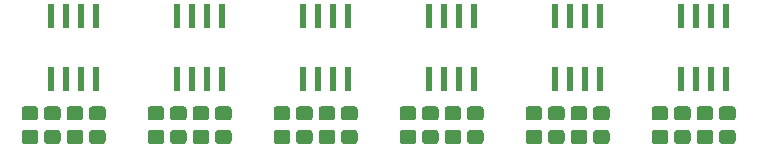
<source format=gbr>
%TF.GenerationSoftware,KiCad,Pcbnew,5.1.9+dfsg1-1*%
%TF.CreationDate,2021-02-28T18:52:37-05:00*%
%TF.ProjectId,incubator_pcb,696e6375-6261-4746-9f72-5f7063622e6b,rev?*%
%TF.SameCoordinates,Original*%
%TF.FileFunction,Paste,Bot*%
%TF.FilePolarity,Positive*%
%FSLAX46Y46*%
G04 Gerber Fmt 4.6, Leading zero omitted, Abs format (unit mm)*
G04 Created by KiCad (PCBNEW 5.1.9+dfsg1-1) date 2021-02-28 18:52:37*
%MOMM*%
%LPD*%
G01*
G04 APERTURE LIST*
%ADD10R,0.600000X2.050000*%
G04 APERTURE END LIST*
D10*
X40520000Y-82550000D03*
X41790000Y-82550000D03*
X43060000Y-82550000D03*
X44330000Y-82550000D03*
X40510000Y-87925000D03*
X41780000Y-87925000D03*
X44330000Y-87925000D03*
X43060000Y-87925000D03*
G36*
G01*
X76003999Y-92205000D02*
X76904001Y-92205000D01*
G75*
G02*
X77154000Y-92454999I0J-249999D01*
G01*
X77154000Y-93155001D01*
G75*
G02*
X76904001Y-93405000I-249999J0D01*
G01*
X76003999Y-93405000D01*
G75*
G02*
X75754000Y-93155001I0J249999D01*
G01*
X75754000Y-92454999D01*
G75*
G02*
X76003999Y-92205000I249999J0D01*
G01*
G37*
G36*
G01*
X76003999Y-90205000D02*
X76904001Y-90205000D01*
G75*
G02*
X77154000Y-90454999I0J-249999D01*
G01*
X77154000Y-91155001D01*
G75*
G02*
X76904001Y-91405000I-249999J0D01*
G01*
X76003999Y-91405000D01*
G75*
G02*
X75754000Y-91155001I0J249999D01*
G01*
X75754000Y-90454999D01*
G75*
G02*
X76003999Y-90205000I249999J0D01*
G01*
G37*
G36*
G01*
X72193999Y-92205000D02*
X73094001Y-92205000D01*
G75*
G02*
X73344000Y-92454999I0J-249999D01*
G01*
X73344000Y-93155001D01*
G75*
G02*
X73094001Y-93405000I-249999J0D01*
G01*
X72193999Y-93405000D01*
G75*
G02*
X71944000Y-93155001I0J249999D01*
G01*
X71944000Y-92454999D01*
G75*
G02*
X72193999Y-92205000I249999J0D01*
G01*
G37*
G36*
G01*
X72193999Y-90205000D02*
X73094001Y-90205000D01*
G75*
G02*
X73344000Y-90454999I0J-249999D01*
G01*
X73344000Y-91155001D01*
G75*
G02*
X73094001Y-91405000I-249999J0D01*
G01*
X72193999Y-91405000D01*
G75*
G02*
X71944000Y-91155001I0J249999D01*
G01*
X71944000Y-90454999D01*
G75*
G02*
X72193999Y-90205000I249999J0D01*
G01*
G37*
G36*
G01*
X70288999Y-92205000D02*
X71189001Y-92205000D01*
G75*
G02*
X71439000Y-92454999I0J-249999D01*
G01*
X71439000Y-93155001D01*
G75*
G02*
X71189001Y-93405000I-249999J0D01*
G01*
X70288999Y-93405000D01*
G75*
G02*
X70039000Y-93155001I0J249999D01*
G01*
X70039000Y-92454999D01*
G75*
G02*
X70288999Y-92205000I249999J0D01*
G01*
G37*
G36*
G01*
X70288999Y-90205000D02*
X71189001Y-90205000D01*
G75*
G02*
X71439000Y-90454999I0J-249999D01*
G01*
X71439000Y-91155001D01*
G75*
G02*
X71189001Y-91405000I-249999J0D01*
G01*
X70288999Y-91405000D01*
G75*
G02*
X70039000Y-91155001I0J249999D01*
G01*
X70039000Y-90454999D01*
G75*
G02*
X70288999Y-90205000I249999J0D01*
G01*
G37*
G36*
G01*
X74098999Y-92205000D02*
X74999001Y-92205000D01*
G75*
G02*
X75249000Y-92454999I0J-249999D01*
G01*
X75249000Y-93155001D01*
G75*
G02*
X74999001Y-93405000I-249999J0D01*
G01*
X74098999Y-93405000D01*
G75*
G02*
X73849000Y-93155001I0J249999D01*
G01*
X73849000Y-92454999D01*
G75*
G02*
X74098999Y-92205000I249999J0D01*
G01*
G37*
G36*
G01*
X74098999Y-90205000D02*
X74999001Y-90205000D01*
G75*
G02*
X75249000Y-90454999I0J-249999D01*
G01*
X75249000Y-91155001D01*
G75*
G02*
X74999001Y-91405000I-249999J0D01*
G01*
X74098999Y-91405000D01*
G75*
G02*
X73849000Y-91155001I0J249999D01*
G01*
X73849000Y-90454999D01*
G75*
G02*
X74098999Y-90205000I249999J0D01*
G01*
G37*
G36*
G01*
X65335999Y-92205000D02*
X66236001Y-92205000D01*
G75*
G02*
X66486000Y-92454999I0J-249999D01*
G01*
X66486000Y-93155001D01*
G75*
G02*
X66236001Y-93405000I-249999J0D01*
G01*
X65335999Y-93405000D01*
G75*
G02*
X65086000Y-93155001I0J249999D01*
G01*
X65086000Y-92454999D01*
G75*
G02*
X65335999Y-92205000I249999J0D01*
G01*
G37*
G36*
G01*
X65335999Y-90205000D02*
X66236001Y-90205000D01*
G75*
G02*
X66486000Y-90454999I0J-249999D01*
G01*
X66486000Y-91155001D01*
G75*
G02*
X66236001Y-91405000I-249999J0D01*
G01*
X65335999Y-91405000D01*
G75*
G02*
X65086000Y-91155001I0J249999D01*
G01*
X65086000Y-90454999D01*
G75*
G02*
X65335999Y-90205000I249999J0D01*
G01*
G37*
G36*
G01*
X61525999Y-92205000D02*
X62426001Y-92205000D01*
G75*
G02*
X62676000Y-92454999I0J-249999D01*
G01*
X62676000Y-93155001D01*
G75*
G02*
X62426001Y-93405000I-249999J0D01*
G01*
X61525999Y-93405000D01*
G75*
G02*
X61276000Y-93155001I0J249999D01*
G01*
X61276000Y-92454999D01*
G75*
G02*
X61525999Y-92205000I249999J0D01*
G01*
G37*
G36*
G01*
X61525999Y-90205000D02*
X62426001Y-90205000D01*
G75*
G02*
X62676000Y-90454999I0J-249999D01*
G01*
X62676000Y-91155001D01*
G75*
G02*
X62426001Y-91405000I-249999J0D01*
G01*
X61525999Y-91405000D01*
G75*
G02*
X61276000Y-91155001I0J249999D01*
G01*
X61276000Y-90454999D01*
G75*
G02*
X61525999Y-90205000I249999J0D01*
G01*
G37*
G36*
G01*
X59620999Y-92205000D02*
X60521001Y-92205000D01*
G75*
G02*
X60771000Y-92454999I0J-249999D01*
G01*
X60771000Y-93155001D01*
G75*
G02*
X60521001Y-93405000I-249999J0D01*
G01*
X59620999Y-93405000D01*
G75*
G02*
X59371000Y-93155001I0J249999D01*
G01*
X59371000Y-92454999D01*
G75*
G02*
X59620999Y-92205000I249999J0D01*
G01*
G37*
G36*
G01*
X59620999Y-90205000D02*
X60521001Y-90205000D01*
G75*
G02*
X60771000Y-90454999I0J-249999D01*
G01*
X60771000Y-91155001D01*
G75*
G02*
X60521001Y-91405000I-249999J0D01*
G01*
X59620999Y-91405000D01*
G75*
G02*
X59371000Y-91155001I0J249999D01*
G01*
X59371000Y-90454999D01*
G75*
G02*
X59620999Y-90205000I249999J0D01*
G01*
G37*
G36*
G01*
X63430999Y-92205000D02*
X64331001Y-92205000D01*
G75*
G02*
X64581000Y-92454999I0J-249999D01*
G01*
X64581000Y-93155001D01*
G75*
G02*
X64331001Y-93405000I-249999J0D01*
G01*
X63430999Y-93405000D01*
G75*
G02*
X63181000Y-93155001I0J249999D01*
G01*
X63181000Y-92454999D01*
G75*
G02*
X63430999Y-92205000I249999J0D01*
G01*
G37*
G36*
G01*
X63430999Y-90205000D02*
X64331001Y-90205000D01*
G75*
G02*
X64581000Y-90454999I0J-249999D01*
G01*
X64581000Y-91155001D01*
G75*
G02*
X64331001Y-91405000I-249999J0D01*
G01*
X63430999Y-91405000D01*
G75*
G02*
X63181000Y-91155001I0J249999D01*
G01*
X63181000Y-90454999D01*
G75*
G02*
X63430999Y-90205000I249999J0D01*
G01*
G37*
G36*
G01*
X97339999Y-92205000D02*
X98240001Y-92205000D01*
G75*
G02*
X98490000Y-92454999I0J-249999D01*
G01*
X98490000Y-93155001D01*
G75*
G02*
X98240001Y-93405000I-249999J0D01*
G01*
X97339999Y-93405000D01*
G75*
G02*
X97090000Y-93155001I0J249999D01*
G01*
X97090000Y-92454999D01*
G75*
G02*
X97339999Y-92205000I249999J0D01*
G01*
G37*
G36*
G01*
X97339999Y-90205000D02*
X98240001Y-90205000D01*
G75*
G02*
X98490000Y-90454999I0J-249999D01*
G01*
X98490000Y-91155001D01*
G75*
G02*
X98240001Y-91405000I-249999J0D01*
G01*
X97339999Y-91405000D01*
G75*
G02*
X97090000Y-91155001I0J249999D01*
G01*
X97090000Y-90454999D01*
G75*
G02*
X97339999Y-90205000I249999J0D01*
G01*
G37*
G36*
G01*
X93529999Y-92205000D02*
X94430001Y-92205000D01*
G75*
G02*
X94680000Y-92454999I0J-249999D01*
G01*
X94680000Y-93155001D01*
G75*
G02*
X94430001Y-93405000I-249999J0D01*
G01*
X93529999Y-93405000D01*
G75*
G02*
X93280000Y-93155001I0J249999D01*
G01*
X93280000Y-92454999D01*
G75*
G02*
X93529999Y-92205000I249999J0D01*
G01*
G37*
G36*
G01*
X93529999Y-90205000D02*
X94430001Y-90205000D01*
G75*
G02*
X94680000Y-90454999I0J-249999D01*
G01*
X94680000Y-91155001D01*
G75*
G02*
X94430001Y-91405000I-249999J0D01*
G01*
X93529999Y-91405000D01*
G75*
G02*
X93280000Y-91155001I0J249999D01*
G01*
X93280000Y-90454999D01*
G75*
G02*
X93529999Y-90205000I249999J0D01*
G01*
G37*
G36*
G01*
X91624999Y-92205000D02*
X92525001Y-92205000D01*
G75*
G02*
X92775000Y-92454999I0J-249999D01*
G01*
X92775000Y-93155001D01*
G75*
G02*
X92525001Y-93405000I-249999J0D01*
G01*
X91624999Y-93405000D01*
G75*
G02*
X91375000Y-93155001I0J249999D01*
G01*
X91375000Y-92454999D01*
G75*
G02*
X91624999Y-92205000I249999J0D01*
G01*
G37*
G36*
G01*
X91624999Y-90205000D02*
X92525001Y-90205000D01*
G75*
G02*
X92775000Y-90454999I0J-249999D01*
G01*
X92775000Y-91155001D01*
G75*
G02*
X92525001Y-91405000I-249999J0D01*
G01*
X91624999Y-91405000D01*
G75*
G02*
X91375000Y-91155001I0J249999D01*
G01*
X91375000Y-90454999D01*
G75*
G02*
X91624999Y-90205000I249999J0D01*
G01*
G37*
G36*
G01*
X95434999Y-92205000D02*
X96335001Y-92205000D01*
G75*
G02*
X96585000Y-92454999I0J-249999D01*
G01*
X96585000Y-93155001D01*
G75*
G02*
X96335001Y-93405000I-249999J0D01*
G01*
X95434999Y-93405000D01*
G75*
G02*
X95185000Y-93155001I0J249999D01*
G01*
X95185000Y-92454999D01*
G75*
G02*
X95434999Y-92205000I249999J0D01*
G01*
G37*
G36*
G01*
X95434999Y-90205000D02*
X96335001Y-90205000D01*
G75*
G02*
X96585000Y-90454999I0J-249999D01*
G01*
X96585000Y-91155001D01*
G75*
G02*
X96335001Y-91405000I-249999J0D01*
G01*
X95434999Y-91405000D01*
G75*
G02*
X95185000Y-91155001I0J249999D01*
G01*
X95185000Y-90454999D01*
G75*
G02*
X95434999Y-90205000I249999J0D01*
G01*
G37*
G36*
G01*
X86671999Y-92205000D02*
X87572001Y-92205000D01*
G75*
G02*
X87822000Y-92454999I0J-249999D01*
G01*
X87822000Y-93155001D01*
G75*
G02*
X87572001Y-93405000I-249999J0D01*
G01*
X86671999Y-93405000D01*
G75*
G02*
X86422000Y-93155001I0J249999D01*
G01*
X86422000Y-92454999D01*
G75*
G02*
X86671999Y-92205000I249999J0D01*
G01*
G37*
G36*
G01*
X86671999Y-90205000D02*
X87572001Y-90205000D01*
G75*
G02*
X87822000Y-90454999I0J-249999D01*
G01*
X87822000Y-91155001D01*
G75*
G02*
X87572001Y-91405000I-249999J0D01*
G01*
X86671999Y-91405000D01*
G75*
G02*
X86422000Y-91155001I0J249999D01*
G01*
X86422000Y-90454999D01*
G75*
G02*
X86671999Y-90205000I249999J0D01*
G01*
G37*
G36*
G01*
X82861999Y-92205000D02*
X83762001Y-92205000D01*
G75*
G02*
X84012000Y-92454999I0J-249999D01*
G01*
X84012000Y-93155001D01*
G75*
G02*
X83762001Y-93405000I-249999J0D01*
G01*
X82861999Y-93405000D01*
G75*
G02*
X82612000Y-93155001I0J249999D01*
G01*
X82612000Y-92454999D01*
G75*
G02*
X82861999Y-92205000I249999J0D01*
G01*
G37*
G36*
G01*
X82861999Y-90205000D02*
X83762001Y-90205000D01*
G75*
G02*
X84012000Y-90454999I0J-249999D01*
G01*
X84012000Y-91155001D01*
G75*
G02*
X83762001Y-91405000I-249999J0D01*
G01*
X82861999Y-91405000D01*
G75*
G02*
X82612000Y-91155001I0J249999D01*
G01*
X82612000Y-90454999D01*
G75*
G02*
X82861999Y-90205000I249999J0D01*
G01*
G37*
G36*
G01*
X80956999Y-92205000D02*
X81857001Y-92205000D01*
G75*
G02*
X82107000Y-92454999I0J-249999D01*
G01*
X82107000Y-93155001D01*
G75*
G02*
X81857001Y-93405000I-249999J0D01*
G01*
X80956999Y-93405000D01*
G75*
G02*
X80707000Y-93155001I0J249999D01*
G01*
X80707000Y-92454999D01*
G75*
G02*
X80956999Y-92205000I249999J0D01*
G01*
G37*
G36*
G01*
X80956999Y-90205000D02*
X81857001Y-90205000D01*
G75*
G02*
X82107000Y-90454999I0J-249999D01*
G01*
X82107000Y-91155001D01*
G75*
G02*
X81857001Y-91405000I-249999J0D01*
G01*
X80956999Y-91405000D01*
G75*
G02*
X80707000Y-91155001I0J249999D01*
G01*
X80707000Y-90454999D01*
G75*
G02*
X80956999Y-90205000I249999J0D01*
G01*
G37*
G36*
G01*
X84766999Y-92205000D02*
X85667001Y-92205000D01*
G75*
G02*
X85917000Y-92454999I0J-249999D01*
G01*
X85917000Y-93155001D01*
G75*
G02*
X85667001Y-93405000I-249999J0D01*
G01*
X84766999Y-93405000D01*
G75*
G02*
X84517000Y-93155001I0J249999D01*
G01*
X84517000Y-92454999D01*
G75*
G02*
X84766999Y-92205000I249999J0D01*
G01*
G37*
G36*
G01*
X84766999Y-90205000D02*
X85667001Y-90205000D01*
G75*
G02*
X85917000Y-90454999I0J-249999D01*
G01*
X85917000Y-91155001D01*
G75*
G02*
X85667001Y-91405000I-249999J0D01*
G01*
X84766999Y-91405000D01*
G75*
G02*
X84517000Y-91155001I0J249999D01*
G01*
X84517000Y-90454999D01*
G75*
G02*
X84766999Y-90205000I249999J0D01*
G01*
G37*
G36*
G01*
X54667999Y-92205000D02*
X55568001Y-92205000D01*
G75*
G02*
X55818000Y-92454999I0J-249999D01*
G01*
X55818000Y-93155001D01*
G75*
G02*
X55568001Y-93405000I-249999J0D01*
G01*
X54667999Y-93405000D01*
G75*
G02*
X54418000Y-93155001I0J249999D01*
G01*
X54418000Y-92454999D01*
G75*
G02*
X54667999Y-92205000I249999J0D01*
G01*
G37*
G36*
G01*
X54667999Y-90205000D02*
X55568001Y-90205000D01*
G75*
G02*
X55818000Y-90454999I0J-249999D01*
G01*
X55818000Y-91155001D01*
G75*
G02*
X55568001Y-91405000I-249999J0D01*
G01*
X54667999Y-91405000D01*
G75*
G02*
X54418000Y-91155001I0J249999D01*
G01*
X54418000Y-90454999D01*
G75*
G02*
X54667999Y-90205000I249999J0D01*
G01*
G37*
G36*
G01*
X50857999Y-92205000D02*
X51758001Y-92205000D01*
G75*
G02*
X52008000Y-92454999I0J-249999D01*
G01*
X52008000Y-93155001D01*
G75*
G02*
X51758001Y-93405000I-249999J0D01*
G01*
X50857999Y-93405000D01*
G75*
G02*
X50608000Y-93155001I0J249999D01*
G01*
X50608000Y-92454999D01*
G75*
G02*
X50857999Y-92205000I249999J0D01*
G01*
G37*
G36*
G01*
X50857999Y-90205000D02*
X51758001Y-90205000D01*
G75*
G02*
X52008000Y-90454999I0J-249999D01*
G01*
X52008000Y-91155001D01*
G75*
G02*
X51758001Y-91405000I-249999J0D01*
G01*
X50857999Y-91405000D01*
G75*
G02*
X50608000Y-91155001I0J249999D01*
G01*
X50608000Y-90454999D01*
G75*
G02*
X50857999Y-90205000I249999J0D01*
G01*
G37*
G36*
G01*
X48952999Y-92205000D02*
X49853001Y-92205000D01*
G75*
G02*
X50103000Y-92454999I0J-249999D01*
G01*
X50103000Y-93155001D01*
G75*
G02*
X49853001Y-93405000I-249999J0D01*
G01*
X48952999Y-93405000D01*
G75*
G02*
X48703000Y-93155001I0J249999D01*
G01*
X48703000Y-92454999D01*
G75*
G02*
X48952999Y-92205000I249999J0D01*
G01*
G37*
G36*
G01*
X48952999Y-90205000D02*
X49853001Y-90205000D01*
G75*
G02*
X50103000Y-90454999I0J-249999D01*
G01*
X50103000Y-91155001D01*
G75*
G02*
X49853001Y-91405000I-249999J0D01*
G01*
X48952999Y-91405000D01*
G75*
G02*
X48703000Y-91155001I0J249999D01*
G01*
X48703000Y-90454999D01*
G75*
G02*
X48952999Y-90205000I249999J0D01*
G01*
G37*
G36*
G01*
X52762999Y-92205000D02*
X53663001Y-92205000D01*
G75*
G02*
X53913000Y-92454999I0J-249999D01*
G01*
X53913000Y-93155001D01*
G75*
G02*
X53663001Y-93405000I-249999J0D01*
G01*
X52762999Y-93405000D01*
G75*
G02*
X52513000Y-93155001I0J249999D01*
G01*
X52513000Y-92454999D01*
G75*
G02*
X52762999Y-92205000I249999J0D01*
G01*
G37*
G36*
G01*
X52762999Y-90205000D02*
X53663001Y-90205000D01*
G75*
G02*
X53913000Y-90454999I0J-249999D01*
G01*
X53913000Y-91155001D01*
G75*
G02*
X53663001Y-91405000I-249999J0D01*
G01*
X52762999Y-91405000D01*
G75*
G02*
X52513000Y-91155001I0J249999D01*
G01*
X52513000Y-90454999D01*
G75*
G02*
X52762999Y-90205000I249999J0D01*
G01*
G37*
G36*
G01*
X43999999Y-92205000D02*
X44900001Y-92205000D01*
G75*
G02*
X45150000Y-92454999I0J-249999D01*
G01*
X45150000Y-93155001D01*
G75*
G02*
X44900001Y-93405000I-249999J0D01*
G01*
X43999999Y-93405000D01*
G75*
G02*
X43750000Y-93155001I0J249999D01*
G01*
X43750000Y-92454999D01*
G75*
G02*
X43999999Y-92205000I249999J0D01*
G01*
G37*
G36*
G01*
X43999999Y-90205000D02*
X44900001Y-90205000D01*
G75*
G02*
X45150000Y-90454999I0J-249999D01*
G01*
X45150000Y-91155001D01*
G75*
G02*
X44900001Y-91405000I-249999J0D01*
G01*
X43999999Y-91405000D01*
G75*
G02*
X43750000Y-91155001I0J249999D01*
G01*
X43750000Y-90454999D01*
G75*
G02*
X43999999Y-90205000I249999J0D01*
G01*
G37*
G36*
G01*
X40189999Y-92205000D02*
X41090001Y-92205000D01*
G75*
G02*
X41340000Y-92454999I0J-249999D01*
G01*
X41340000Y-93155001D01*
G75*
G02*
X41090001Y-93405000I-249999J0D01*
G01*
X40189999Y-93405000D01*
G75*
G02*
X39940000Y-93155001I0J249999D01*
G01*
X39940000Y-92454999D01*
G75*
G02*
X40189999Y-92205000I249999J0D01*
G01*
G37*
G36*
G01*
X40189999Y-90205000D02*
X41090001Y-90205000D01*
G75*
G02*
X41340000Y-90454999I0J-249999D01*
G01*
X41340000Y-91155001D01*
G75*
G02*
X41090001Y-91405000I-249999J0D01*
G01*
X40189999Y-91405000D01*
G75*
G02*
X39940000Y-91155001I0J249999D01*
G01*
X39940000Y-90454999D01*
G75*
G02*
X40189999Y-90205000I249999J0D01*
G01*
G37*
G36*
G01*
X38284999Y-92205000D02*
X39185001Y-92205000D01*
G75*
G02*
X39435000Y-92454999I0J-249999D01*
G01*
X39435000Y-93155001D01*
G75*
G02*
X39185001Y-93405000I-249999J0D01*
G01*
X38284999Y-93405000D01*
G75*
G02*
X38035000Y-93155001I0J249999D01*
G01*
X38035000Y-92454999D01*
G75*
G02*
X38284999Y-92205000I249999J0D01*
G01*
G37*
G36*
G01*
X38284999Y-90205000D02*
X39185001Y-90205000D01*
G75*
G02*
X39435000Y-90454999I0J-249999D01*
G01*
X39435000Y-91155001D01*
G75*
G02*
X39185001Y-91405000I-249999J0D01*
G01*
X38284999Y-91405000D01*
G75*
G02*
X38035000Y-91155001I0J249999D01*
G01*
X38035000Y-90454999D01*
G75*
G02*
X38284999Y-90205000I249999J0D01*
G01*
G37*
G36*
G01*
X42094999Y-92205000D02*
X42995001Y-92205000D01*
G75*
G02*
X43245000Y-92454999I0J-249999D01*
G01*
X43245000Y-93155001D01*
G75*
G02*
X42995001Y-93405000I-249999J0D01*
G01*
X42094999Y-93405000D01*
G75*
G02*
X41845000Y-93155001I0J249999D01*
G01*
X41845000Y-92454999D01*
G75*
G02*
X42094999Y-92205000I249999J0D01*
G01*
G37*
G36*
G01*
X42094999Y-90205000D02*
X42995001Y-90205000D01*
G75*
G02*
X43245000Y-90454999I0J-249999D01*
G01*
X43245000Y-91155001D01*
G75*
G02*
X42995001Y-91405000I-249999J0D01*
G01*
X42094999Y-91405000D01*
G75*
G02*
X41845000Y-91155001I0J249999D01*
G01*
X41845000Y-90454999D01*
G75*
G02*
X42094999Y-90205000I249999J0D01*
G01*
G37*
X72524000Y-82550000D03*
X73794000Y-82550000D03*
X75064000Y-82550000D03*
X76334000Y-82550000D03*
X72514000Y-87925000D03*
X73784000Y-87925000D03*
X76334000Y-87925000D03*
X75064000Y-87925000D03*
X61856000Y-82550000D03*
X63126000Y-82550000D03*
X64396000Y-82550000D03*
X65666000Y-82550000D03*
X61846000Y-87925000D03*
X63116000Y-87925000D03*
X65666000Y-87925000D03*
X64396000Y-87925000D03*
X93860000Y-82550000D03*
X95130000Y-82550000D03*
X96400000Y-82550000D03*
X97670000Y-82550000D03*
X93850000Y-87925000D03*
X95120000Y-87925000D03*
X97670000Y-87925000D03*
X96400000Y-87925000D03*
X83192000Y-82550000D03*
X84462000Y-82550000D03*
X85732000Y-82550000D03*
X87002000Y-82550000D03*
X83182000Y-87925000D03*
X84452000Y-87925000D03*
X87002000Y-87925000D03*
X85732000Y-87925000D03*
X51188000Y-82550000D03*
X52458000Y-82550000D03*
X53728000Y-82550000D03*
X54998000Y-82550000D03*
X51178000Y-87925000D03*
X52448000Y-87925000D03*
X54998000Y-87925000D03*
X53728000Y-87925000D03*
M02*

</source>
